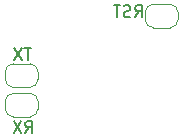
<source format=gbo>
G04 #@! TF.GenerationSoftware,KiCad,Pcbnew,(5.1.6-0-10_14)*
G04 #@! TF.CreationDate,2020-08-14T16:39:20-05:00*
G04 #@! TF.ProjectId,gen2-jtag-adapter,67656e32-2d6a-4746-9167-2d6164617074,rev?*
G04 #@! TF.SameCoordinates,Original*
G04 #@! TF.FileFunction,Legend,Bot*
G04 #@! TF.FilePolarity,Positive*
%FSLAX46Y46*%
G04 Gerber Fmt 4.6, Leading zero omitted, Abs format (unit mm)*
G04 Created by KiCad (PCBNEW (5.1.6-0-10_14)) date 2020-08-14 16:39:20*
%MOMM*%
%LPD*%
G01*
G04 APERTURE LIST*
%ADD10C,0.150000*%
%ADD11C,0.120000*%
G04 APERTURE END LIST*
D10*
X113847619Y-67852380D02*
X114180952Y-67376190D01*
X114419047Y-67852380D02*
X114419047Y-66852380D01*
X114038095Y-66852380D01*
X113942857Y-66900000D01*
X113895238Y-66947619D01*
X113847619Y-67042857D01*
X113847619Y-67185714D01*
X113895238Y-67280952D01*
X113942857Y-67328571D01*
X114038095Y-67376190D01*
X114419047Y-67376190D01*
X113466666Y-67804761D02*
X113323809Y-67852380D01*
X113085714Y-67852380D01*
X112990476Y-67804761D01*
X112942857Y-67757142D01*
X112895238Y-67661904D01*
X112895238Y-67566666D01*
X112942857Y-67471428D01*
X112990476Y-67423809D01*
X113085714Y-67376190D01*
X113276190Y-67328571D01*
X113371428Y-67280952D01*
X113419047Y-67233333D01*
X113466666Y-67138095D01*
X113466666Y-67042857D01*
X113419047Y-66947619D01*
X113371428Y-66900000D01*
X113276190Y-66852380D01*
X113038095Y-66852380D01*
X112895238Y-66900000D01*
X112609523Y-66852380D02*
X112038095Y-66852380D01*
X112323809Y-67852380D02*
X112323809Y-66852380D01*
X105061904Y-70452380D02*
X104490476Y-70452380D01*
X104776190Y-71452380D02*
X104776190Y-70452380D01*
X104252380Y-70452380D02*
X103585714Y-71452380D01*
X103585714Y-70452380D02*
X104252380Y-71452380D01*
X104566666Y-77652380D02*
X104900000Y-77176190D01*
X105138095Y-77652380D02*
X105138095Y-76652380D01*
X104757142Y-76652380D01*
X104661904Y-76700000D01*
X104614285Y-76747619D01*
X104566666Y-76842857D01*
X104566666Y-76985714D01*
X104614285Y-77080952D01*
X104661904Y-77128571D01*
X104757142Y-77176190D01*
X105138095Y-77176190D01*
X104233333Y-76652380D02*
X103566666Y-77652380D01*
X103566666Y-76652380D02*
X104233333Y-77652380D01*
D11*
X105650000Y-75600000D02*
X105650000Y-75000000D01*
X103550000Y-76300000D02*
X104950000Y-76300000D01*
X102850000Y-75000000D02*
X102850000Y-75600000D01*
X104950000Y-74300000D02*
X103550000Y-74300000D01*
X105650000Y-75000000D02*
G75*
G03*
X104950000Y-74300000I-700000J0D01*
G01*
X104950000Y-76300000D02*
G75*
G03*
X105650000Y-75600000I0J700000D01*
G01*
X102850000Y-75600000D02*
G75*
G03*
X103550000Y-76300000I700000J0D01*
G01*
X103550000Y-74300000D02*
G75*
G03*
X102850000Y-75000000I0J-700000D01*
G01*
X105650000Y-73100000D02*
X105650000Y-72500000D01*
X103550000Y-73800000D02*
X104950000Y-73800000D01*
X102850000Y-72500000D02*
X102850000Y-73100000D01*
X104950000Y-71800000D02*
X103550000Y-71800000D01*
X105650000Y-72500000D02*
G75*
G03*
X104950000Y-71800000I-700000J0D01*
G01*
X104950000Y-73800000D02*
G75*
G03*
X105650000Y-73100000I0J700000D01*
G01*
X102850000Y-73100000D02*
G75*
G03*
X103550000Y-73800000I700000J0D01*
G01*
X103550000Y-71800000D02*
G75*
G03*
X102850000Y-72500000I0J-700000D01*
G01*
X117500000Y-68050000D02*
X117500000Y-67450000D01*
X115400000Y-68750000D02*
X116800000Y-68750000D01*
X114700000Y-67450000D02*
X114700000Y-68050000D01*
X116800000Y-66750000D02*
X115400000Y-66750000D01*
X117500000Y-67450000D02*
G75*
G03*
X116800000Y-66750000I-700000J0D01*
G01*
X116800000Y-68750000D02*
G75*
G03*
X117500000Y-68050000I0J700000D01*
G01*
X114700000Y-68050000D02*
G75*
G03*
X115400000Y-68750000I700000J0D01*
G01*
X115400000Y-66750000D02*
G75*
G03*
X114700000Y-67450000I0J-700000D01*
G01*
M02*

</source>
